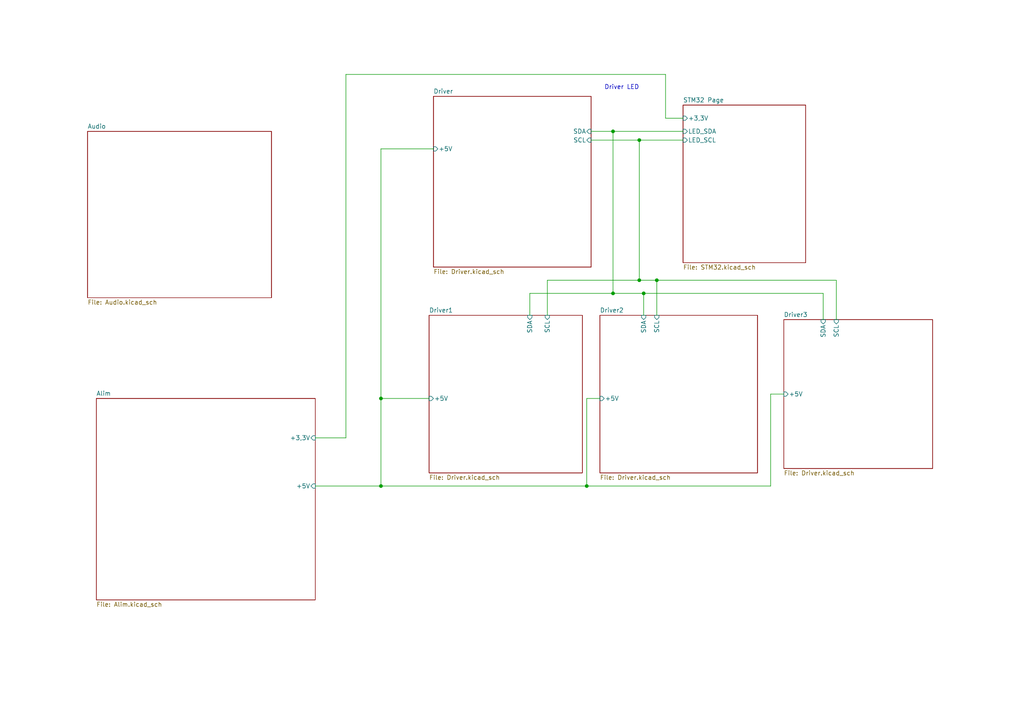
<source format=kicad_sch>
(kicad_sch
	(version 20231120)
	(generator "eeschema")
	(generator_version "8.0")
	(uuid "1784a7ba-5cb6-4933-8b46-757da711e3a0")
	(paper "A4")
	(lib_symbols)
	(junction
		(at 177.8 85.09)
		(diameter 0)
		(color 0 0 0 0)
		(uuid "591ab928-7f41-4f12-b716-91dcc7c19a29")
	)
	(junction
		(at 170.18 140.97)
		(diameter 0)
		(color 0 0 0 0)
		(uuid "5f2ff3fd-3db9-41de-bfe7-45eaec59d605")
	)
	(junction
		(at 190.5 81.28)
		(diameter 0)
		(color 0 0 0 0)
		(uuid "6d235797-fdb0-4c52-8148-e640b2cd5b49")
	)
	(junction
		(at 177.8 38.1)
		(diameter 0)
		(color 0 0 0 0)
		(uuid "701b4219-61dd-4c28-a601-c1bb30c4a8d9")
	)
	(junction
		(at 185.42 81.28)
		(diameter 0)
		(color 0 0 0 0)
		(uuid "8be864b4-e880-42c1-a643-fb027d806464")
	)
	(junction
		(at 185.42 40.64)
		(diameter 0)
		(color 0 0 0 0)
		(uuid "abe9c3dd-086a-47b8-b86f-cf1bcd4f00b1")
	)
	(junction
		(at 110.49 140.97)
		(diameter 0)
		(color 0 0 0 0)
		(uuid "bf39d031-05db-4da2-b79f-2dcca27f3e09")
	)
	(junction
		(at 186.69 85.09)
		(diameter 0)
		(color 0 0 0 0)
		(uuid "c2b10c87-04dc-43c0-85a9-0a41b4b1d2f3")
	)
	(junction
		(at 110.49 115.57)
		(diameter 0)
		(color 0 0 0 0)
		(uuid "c634ea49-cda7-4ab0-bdd0-01d36d8c3395")
	)
	(wire
		(pts
			(xy 100.33 21.59) (xy 193.04 21.59)
		)
		(stroke
			(width 0)
			(type default)
		)
		(uuid "086f6dcb-8897-44d6-892a-10f0d03d7e05")
	)
	(wire
		(pts
			(xy 223.52 114.3) (xy 223.52 140.97)
		)
		(stroke
			(width 0)
			(type default)
		)
		(uuid "0b8fb4e7-1b01-4540-a1e5-86c19924dfc1")
	)
	(wire
		(pts
			(xy 91.44 127) (xy 100.33 127)
		)
		(stroke
			(width 0)
			(type default)
		)
		(uuid "0f20a41f-07fc-467c-8dd2-3ef448402b38")
	)
	(wire
		(pts
			(xy 242.57 92.71) (xy 242.57 81.28)
		)
		(stroke
			(width 0)
			(type default)
		)
		(uuid "0fc972a0-18de-4f87-8088-d2bd1cfd4bb0")
	)
	(wire
		(pts
			(xy 193.04 34.29) (xy 198.12 34.29)
		)
		(stroke
			(width 0)
			(type default)
		)
		(uuid "144602a4-ff20-4cfd-a37c-3c4276df22c3")
	)
	(wire
		(pts
			(xy 190.5 81.28) (xy 190.5 91.44)
		)
		(stroke
			(width 0)
			(type default)
		)
		(uuid "1ccdcd7f-75a1-4bd6-8c09-c30ff50fe4cb")
	)
	(wire
		(pts
			(xy 223.52 140.97) (xy 170.18 140.97)
		)
		(stroke
			(width 0)
			(type default)
		)
		(uuid "3b12f400-2784-4eeb-b912-efa19021e6e2")
	)
	(wire
		(pts
			(xy 170.18 115.57) (xy 170.18 140.97)
		)
		(stroke
			(width 0)
			(type default)
		)
		(uuid "49c6b397-37df-4103-9c18-5123abe9abf0")
	)
	(wire
		(pts
			(xy 177.8 38.1) (xy 198.12 38.1)
		)
		(stroke
			(width 0)
			(type default)
		)
		(uuid "58b3c732-97c1-4476-a8d6-d9f330e47ebf")
	)
	(wire
		(pts
			(xy 186.69 85.09) (xy 177.8 85.09)
		)
		(stroke
			(width 0)
			(type default)
		)
		(uuid "59d3ab25-d3cd-4d38-800a-834e4bb840a5")
	)
	(wire
		(pts
			(xy 238.76 85.09) (xy 186.69 85.09)
		)
		(stroke
			(width 0)
			(type default)
		)
		(uuid "6195681e-c1e1-49ed-9d04-dc4d23b63177")
	)
	(wire
		(pts
			(xy 110.49 115.57) (xy 124.46 115.57)
		)
		(stroke
			(width 0)
			(type default)
		)
		(uuid "64e64a8e-07db-4a72-924c-588100fd2960")
	)
	(wire
		(pts
			(xy 185.42 40.64) (xy 198.12 40.64)
		)
		(stroke
			(width 0)
			(type default)
		)
		(uuid "717d8a7f-1363-4ced-800d-08ae9a6a3d1f")
	)
	(wire
		(pts
			(xy 242.57 81.28) (xy 190.5 81.28)
		)
		(stroke
			(width 0)
			(type default)
		)
		(uuid "72ef7165-e726-4e16-ab3b-5649e08e53bb")
	)
	(wire
		(pts
			(xy 153.67 85.09) (xy 153.67 91.44)
		)
		(stroke
			(width 0)
			(type default)
		)
		(uuid "74008569-925b-459d-8a7e-f698f69a3890")
	)
	(wire
		(pts
			(xy 193.04 21.59) (xy 193.04 34.29)
		)
		(stroke
			(width 0)
			(type default)
		)
		(uuid "79a96151-019a-4a73-8819-9dea7fba7501")
	)
	(wire
		(pts
			(xy 177.8 85.09) (xy 153.67 85.09)
		)
		(stroke
			(width 0)
			(type default)
		)
		(uuid "81882add-26a9-4ef1-b520-814e1bab27b5")
	)
	(wire
		(pts
			(xy 171.45 40.64) (xy 185.42 40.64)
		)
		(stroke
			(width 0)
			(type default)
		)
		(uuid "866abdcb-20c0-4f9f-82ab-ed860782c5f6")
	)
	(wire
		(pts
			(xy 170.18 140.97) (xy 110.49 140.97)
		)
		(stroke
			(width 0)
			(type default)
		)
		(uuid "94ce71ee-8a7c-4a79-84dc-1da58888dbee")
	)
	(wire
		(pts
			(xy 91.44 140.97) (xy 110.49 140.97)
		)
		(stroke
			(width 0)
			(type default)
		)
		(uuid "96a49be3-2ef0-4474-b146-0f1721fa82c6")
	)
	(wire
		(pts
			(xy 110.49 43.18) (xy 110.49 115.57)
		)
		(stroke
			(width 0)
			(type default)
		)
		(uuid "97e94400-085d-4ca2-bda1-5c9754548db8")
	)
	(wire
		(pts
			(xy 125.73 43.18) (xy 110.49 43.18)
		)
		(stroke
			(width 0)
			(type default)
		)
		(uuid "9a1b1d9a-279b-4af2-9729-e63e86ae5262")
	)
	(wire
		(pts
			(xy 173.99 115.57) (xy 170.18 115.57)
		)
		(stroke
			(width 0)
			(type default)
		)
		(uuid "a48c3071-2abb-4995-a406-866e1def089d")
	)
	(wire
		(pts
			(xy 171.45 38.1) (xy 177.8 38.1)
		)
		(stroke
			(width 0)
			(type default)
		)
		(uuid "a5f7642a-01ab-4ba3-b380-aba1bf0243b3")
	)
	(wire
		(pts
			(xy 158.75 81.28) (xy 185.42 81.28)
		)
		(stroke
			(width 0)
			(type default)
		)
		(uuid "b1bec5cf-9526-4481-8f1f-a4111ae33440")
	)
	(wire
		(pts
			(xy 110.49 140.97) (xy 110.49 115.57)
		)
		(stroke
			(width 0)
			(type default)
		)
		(uuid "c41c8c7f-815a-482d-b5c9-fa1e9169d263")
	)
	(wire
		(pts
			(xy 177.8 38.1) (xy 177.8 85.09)
		)
		(stroke
			(width 0)
			(type default)
		)
		(uuid "ca41872e-eef7-4826-b428-e59bf1cfc4b0")
	)
	(wire
		(pts
			(xy 227.33 114.3) (xy 223.52 114.3)
		)
		(stroke
			(width 0)
			(type default)
		)
		(uuid "d7f98bdb-e47b-4395-b6c3-8f531a34af41")
	)
	(wire
		(pts
			(xy 185.42 40.64) (xy 185.42 81.28)
		)
		(stroke
			(width 0)
			(type default)
		)
		(uuid "df50ca65-ca86-4c8b-bfe8-019d0a624de1")
	)
	(wire
		(pts
			(xy 100.33 127) (xy 100.33 21.59)
		)
		(stroke
			(width 0)
			(type default)
		)
		(uuid "e2f9d13c-aa07-4429-98f3-735b46fcdf46")
	)
	(wire
		(pts
			(xy 158.75 91.44) (xy 158.75 81.28)
		)
		(stroke
			(width 0)
			(type default)
		)
		(uuid "e7c903ee-fa3f-4590-a3c2-ec9c9320ed14")
	)
	(wire
		(pts
			(xy 185.42 81.28) (xy 190.5 81.28)
		)
		(stroke
			(width 0)
			(type default)
		)
		(uuid "f36681ce-0346-48c3-ba3c-dbaaae6957cc")
	)
	(wire
		(pts
			(xy 238.76 92.71) (xy 238.76 85.09)
		)
		(stroke
			(width 0)
			(type default)
		)
		(uuid "fa1cd710-d795-41c9-8d29-45046cb8b792")
	)
	(wire
		(pts
			(xy 186.69 91.44) (xy 186.69 85.09)
		)
		(stroke
			(width 0)
			(type default)
		)
		(uuid "fd2babf6-deca-4d20-b361-69ae167be5c4")
	)
	(text "Driver LED"
		(exclude_from_sim no)
		(at 180.34 25.4 0)
		(effects
			(font
				(size 1.27 1.27)
			)
		)
		(uuid "a7b230bc-42ba-4821-9622-90869786ba29")
	)
	(sheet
		(at 227.33 92.71)
		(size 43.18 43.18)
		(fields_autoplaced yes)
		(stroke
			(width 0.1524)
			(type solid)
		)
		(fill
			(color 0 0 0 0.0000)
		)
		(uuid "370b33f5-0f9b-48b8-8313-c2e66ae7233b")
		(property "Sheetname" "Driver3"
			(at 227.33 91.9984 0)
			(effects
				(font
					(size 1.27 1.27)
				)
				(justify left bottom)
			)
		)
		(property "Sheetfile" "Driver.kicad_sch"
			(at 227.33 136.4746 0)
			(effects
				(font
					(size 1.27 1.27)
				)
				(justify left top)
			)
		)
		(pin "SDA" input
			(at 238.76 92.71 90)
			(effects
				(font
					(size 1.27 1.27)
				)
				(justify right)
			)
			(uuid "13b0d09b-15ba-470b-8d6a-e3303ef31c95")
		)
		(pin "SCL" input
			(at 242.57 92.71 90)
			(effects
				(font
					(size 1.27 1.27)
				)
				(justify right)
			)
			(uuid "6838c919-4d42-4ba4-83e1-6242020b25f6")
		)
		(pin "+5V" input
			(at 227.33 114.3 180)
			(effects
				(font
					(size 1.27 1.27)
				)
				(justify left)
			)
			(uuid "b4dbb04e-6a25-4758-8688-299201015b26")
		)
		(instances
			(project "gameflopMB_1"
				(path "/1784a7ba-5cb6-4933-8b46-757da711e3a0"
					(page "8")
				)
			)
		)
	)
	(sheet
		(at 173.99 91.44)
		(size 45.72 45.72)
		(fields_autoplaced yes)
		(stroke
			(width 0.1524)
			(type solid)
		)
		(fill
			(color 0 0 0 0.0000)
		)
		(uuid "3b812121-84e0-4fb6-b484-e478d0056e2a")
		(property "Sheetname" "Driver2"
			(at 173.99 90.7284 0)
			(effects
				(font
					(size 1.27 1.27)
				)
				(justify left bottom)
			)
		)
		(property "Sheetfile" "Driver.kicad_sch"
			(at 173.99 137.7446 0)
			(effects
				(font
					(size 1.27 1.27)
				)
				(justify left top)
			)
		)
		(pin "SDA" input
			(at 186.69 91.44 90)
			(effects
				(font
					(size 1.27 1.27)
				)
				(justify right)
			)
			(uuid "0116f908-c881-40e7-b616-c20e59e4b785")
		)
		(pin "SCL" input
			(at 190.5 91.44 90)
			(effects
				(font
					(size 1.27 1.27)
				)
				(justify right)
			)
			(uuid "d2810f32-2b7a-4056-898e-0543a7a02dae")
		)
		(pin "+5V" input
			(at 173.99 115.57 180)
			(effects
				(font
					(size 1.27 1.27)
				)
				(justify left)
			)
			(uuid "f0c5bed5-8ce3-470d-b21f-cbd7f76d4b7b")
		)
		(instances
			(project "gameflopMB_1"
				(path "/1784a7ba-5cb6-4933-8b46-757da711e3a0"
					(page "7")
				)
			)
		)
	)
	(sheet
		(at 125.73 27.94)
		(size 45.72 49.53)
		(fields_autoplaced yes)
		(stroke
			(width 0.1524)
			(type solid)
		)
		(fill
			(color 0 0 0 0.0000)
		)
		(uuid "585eda5f-c3be-48fc-88f5-d02597212ccf")
		(property "Sheetname" "Driver"
			(at 125.73 27.2284 0)
			(effects
				(font
					(size 1.27 1.27)
				)
				(justify left bottom)
			)
		)
		(property "Sheetfile" "Driver.kicad_sch"
			(at 125.73 78.0546 0)
			(effects
				(font
					(size 1.27 1.27)
				)
				(justify left top)
			)
		)
		(pin "SDA" input
			(at 171.45 38.1 0)
			(effects
				(font
					(size 1.27 1.27)
				)
				(justify right)
			)
			(uuid "936ad993-19dc-404f-8355-94abcdbf8358")
		)
		(pin "SCL" input
			(at 171.45 40.64 0)
			(effects
				(font
					(size 1.27 1.27)
				)
				(justify right)
			)
			(uuid "825f5362-f507-47b9-8eee-0d64efea2f36")
		)
		(pin "+5V" input
			(at 125.73 43.18 180)
			(effects
				(font
					(size 1.27 1.27)
				)
				(justify left)
			)
			(uuid "5d78c241-24ec-4e25-a7e0-b9199f684ff8")
		)
		(instances
			(project "gameflopMB_1"
				(path "/1784a7ba-5cb6-4933-8b46-757da711e3a0"
					(page "4")
				)
			)
		)
	)
	(sheet
		(at 25.4 38.1)
		(size 53.34 48.26)
		(fields_autoplaced yes)
		(stroke
			(width 0.1524)
			(type solid)
		)
		(fill
			(color 0 0 0 0.0000)
		)
		(uuid "62adea52-626e-41be-878e-391aaed32c4a")
		(property "Sheetname" "Audio"
			(at 25.4 37.3884 0)
			(effects
				(font
					(size 1.27 1.27)
				)
				(justify left bottom)
			)
		)
		(property "Sheetfile" "Audio.kicad_sch"
			(at 25.4 86.9446 0)
			(effects
				(font
					(size 1.27 1.27)
				)
				(justify left top)
			)
		)
		(instances
			(project "gameflopMB_1"
				(path "/1784a7ba-5cb6-4933-8b46-757da711e3a0"
					(page "2")
				)
			)
		)
	)
	(sheet
		(at 27.94 115.57)
		(size 63.5 58.42)
		(fields_autoplaced yes)
		(stroke
			(width 0.1524)
			(type solid)
		)
		(fill
			(color 0 0 0 0.0000)
		)
		(uuid "8440fde4-6146-4276-ab89-4c713bc224fd")
		(property "Sheetname" "Alim"
			(at 27.94 114.8584 0)
			(effects
				(font
					(size 1.27 1.27)
				)
				(justify left bottom)
			)
		)
		(property "Sheetfile" "Alim.kicad_sch"
			(at 27.94 174.5746 0)
			(effects
				(font
					(size 1.27 1.27)
				)
				(justify left top)
			)
		)
		(pin "+3,3V" input
			(at 91.44 127 0)
			(effects
				(font
					(size 1.27 1.27)
				)
				(justify right)
			)
			(uuid "806aeabc-32f2-4ccc-858d-2119a966d844")
		)
		(pin "+5V" input
			(at 91.44 140.97 0)
			(effects
				(font
					(size 1.27 1.27)
				)
				(justify right)
			)
			(uuid "89957298-6981-4610-acff-95be49edd80e")
		)
		(instances
			(project "gameflopMB_1"
				(path "/1784a7ba-5cb6-4933-8b46-757da711e3a0"
					(page "9")
				)
			)
		)
	)
	(sheet
		(at 124.46 91.44)
		(size 44.45 45.72)
		(fields_autoplaced yes)
		(stroke
			(width 0.1524)
			(type solid)
		)
		(fill
			(color 0 0 0 0.0000)
		)
		(uuid "c59feacd-8f83-49a0-84e1-4d8cf4d90032")
		(property "Sheetname" "Driver1"
			(at 124.46 90.7284 0)
			(effects
				(font
					(size 1.27 1.27)
				)
				(justify left bottom)
			)
		)
		(property "Sheetfile" "Driver.kicad_sch"
			(at 124.46 137.7446 0)
			(effects
				(font
					(size 1.27 1.27)
				)
				(justify left top)
			)
		)
		(pin "SDA" input
			(at 153.67 91.44 90)
			(effects
				(font
					(size 1.27 1.27)
				)
				(justify right)
			)
			(uuid "9c9f0f34-621b-4bb1-9fc8-6248ed60c9ab")
		)
		(pin "SCL" input
			(at 158.75 91.44 90)
			(effects
				(font
					(size 1.27 1.27)
				)
				(justify right)
			)
			(uuid "7e5b6afc-eb0f-4b7c-aa98-95a6d2c7e546")
		)
		(pin "+5V" input
			(at 124.46 115.57 180)
			(effects
				(font
					(size 1.27 1.27)
				)
				(justify left)
			)
			(uuid "707ac0db-97a4-4d48-93cf-686216e68149")
		)
		(instances
			(project "gameflopMB_1"
				(path "/1784a7ba-5cb6-4933-8b46-757da711e3a0"
					(page "6")
				)
			)
		)
	)
	(sheet
		(at 198.12 30.48)
		(size 35.56 45.72)
		(fields_autoplaced yes)
		(stroke
			(width 0.1524)
			(type solid)
		)
		(fill
			(color 0 0 0 0.0000)
		)
		(uuid "f34b5b12-8f43-4f38-acd4-2f77d801572f")
		(property "Sheetname" "STM32 Page"
			(at 198.12 29.7684 0)
			(effects
				(font
					(size 1.27 1.27)
				)
				(justify left bottom)
			)
		)
		(property "Sheetfile" "STM32.kicad_sch"
			(at 198.12 76.7846 0)
			(effects
				(font
					(size 1.27 1.27)
				)
				(justify left top)
			)
		)
		(pin "LED_SDA" input
			(at 198.12 38.1 180)
			(effects
				(font
					(size 1.27 1.27)
				)
				(justify left)
			)
			(uuid "3a766c6a-fb87-43a3-8f44-e923f6af3a4c")
		)
		(pin "LED_SCL" input
			(at 198.12 40.64 180)
			(effects
				(font
					(size 1.27 1.27)
				)
				(justify left)
			)
			(uuid "5d1a538b-2e8d-4dcd-aa81-ede046910165")
		)
		(pin "+3,3V" input
			(at 198.12 34.29 180)
			(effects
				(font
					(size 1.27 1.27)
				)
				(justify left)
			)
			(uuid "5ca9ce67-7204-4b7c-8435-b2311b2afe03")
		)
		(instances
			(project "gameflopMB_1"
				(path "/1784a7ba-5cb6-4933-8b46-757da711e3a0"
					(page "3")
				)
			)
		)
	)
	(sheet_instances
		(path "/"
			(page "1")
		)
	)
)
</source>
